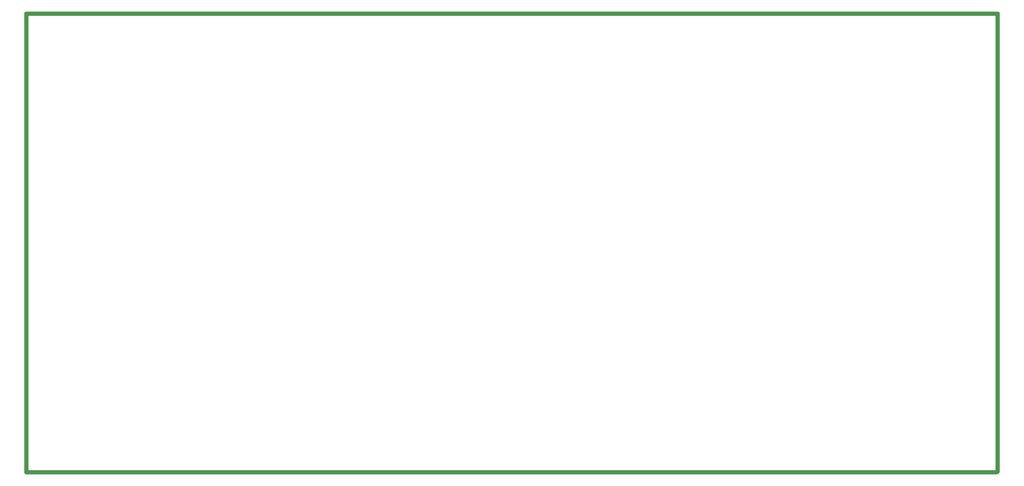
<source format=gm1>
G04*
G04 #@! TF.GenerationSoftware,Altium Limited,Altium Designer,18.1.7 (191)*
G04*
G04 Layer_Color=16711935*
%FSLAX25Y25*%
%MOIN*%
G70*
G01*
G75*
%ADD18C,0.04000*%
D18*
X0Y-100D02*
X919600D01*
X920300Y600D01*
Y435000D01*
X-100D02*
X920300D01*
X-100Y0D02*
Y435000D01*
M02*

</source>
